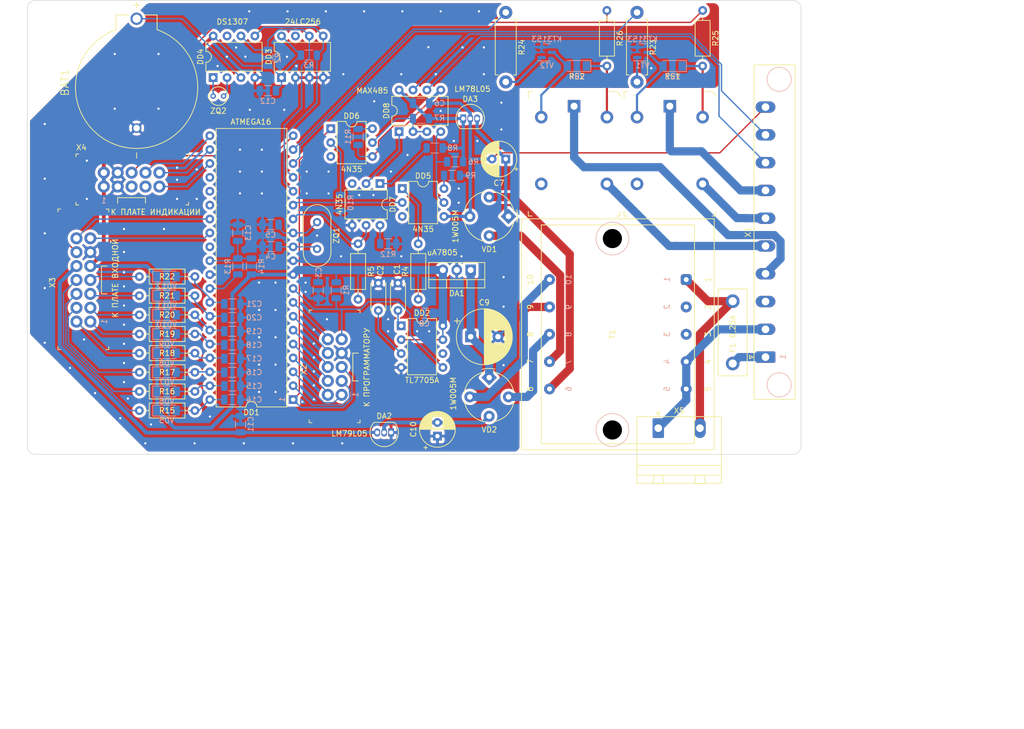
<source format=kicad_pcb>
(kicad_pcb (version 20211014) (generator pcbnew)
  (title_block (title "АКВ-МП, Плата процессора (ПП)"))
  (layers (0 "F.Cu" signal) (31 "B.Cu" signal) (34 "B.Paste" user) (35 "F.Paste" user) (36 "B.SilkS" user "B.Silkscreen") (37 "F.SilkS" user "F.Silkscreen") (38 "B.Mask" user) (39 "F.Mask" user) (44 "Edge.Cuts" user))
  (net 0 "")
  (net 1 "Net-(BAT1-Pad1)")
  (net 2 "+5V")
  (net 3 "GNDD")
  (net 4 "Net-(C1-Pad2)")
  (net 5 "Net-(C2-Pad2)")
  (net 6 "Net-(C4-Pad2)")
  (net 7 "Net-(C5-Pad2)")
  (net 8 "/+5V_SIO")
  (net 9 "Net-(C7-Pad1)")
  (net 10 "Net-(C9-Pad1)")
  (net 11 "Net-(C10-Pad2)")
  (net 12 "/-5V")
  (net 13 "Net-(C13-Pad1)")
  (net 14 "/ADC0")
  (net 15 "/ADC1")
  (net 16 "/ADC2")
  (net 17 "/ADC3")
  (net 18 "/ADC4")
  (net 19 "/ADC5")
  (net 20 "/ADC6")
  (net 21 "/ADC7")
  (net 22 "/PB0")
  (net 23 "/PB1")
  (net 24 "/PB2")
  (net 25 "/PB3")
  (net 26 "/PB4")
  (net 27 "/MOSI")
  (net 28 "/MISO")
  (net 29 "/SCK")
  (net 30 "/RXD")
  (net 31 "/TXD")
  (net 32 "/SCL")
  (net 33 "/SDA")
  (net 34 "/PD4")
  (net 35 "/PD5")
  (net 36 "/DATAOUT")
  (net 37 "/DATAIN")
  (net 38 "/DATAOUT1")
  (net 42 "/PC5")
  (net 43 "/PC6")
  (net 45 "Net-(DD1-Pad32)")
  (net 48 "Net-(DD4-Pad1)")
  (net 49 "Net-(DD4-Pad2)")
  (net 51 "Net-(DD5-Pad1)")
  (net 53 "Net-(DD5-Pad5)")
  (net 54 "Net-(DD5-Pad6)")
  (net 55 "Net-(DD6-Pad2)")
  (net 57 "Net-(DD6-Pad5)")
  (net 58 "Net-(DD6-Pad6)")
  (net 59 "Net-(DD7-Pad1)")
  (net 60 "Net-(DD7-Pad2)")
  (net 62 "Net-(DD7-Pad6)")
  (net 63 "/SIO_LINE_A")
  (net 64 "/SIO_LINE_B")
  (net 65 "/CH5")
  (net 66 "/CH6")
  (net 67 "/CH7")
  (net 68 "/CH8")
  (net 69 "/CH1")
  (net 70 "/CH2")
  (net 71 "/CH3")
  (net 72 "/CH4")
  (net 73 "Net-(R23-Pad2)")
  (net 74 "Net-(R24-Pad2)")
  (net 75 "/+30V")
  (net 76 "Net-(R25-Pad2)")
  (net 77 "Net-(R26-Pad2)")
  (net 78 "Net-(RS1-Pad1)")
  (net 79 "Net-(RS1-Pad2)")
  (net 81 "Net-(RS1-Pad4)")
  (net 82 "Net-(RS2-Pad1)")
  (net 83 "Net-(RS2-Pad2)")
  (net 85 "Net-(RS2-Pad4)")
  (net 86 "Net-(T1-Pad6)")
  (net 87 "Net-(T1-Pad7)")
  (net 88 "Net-(T1-Pad8)")
  (net 89 "Net-(T1-Pad10)")
  (net 93 "/~220L")
  (net 94 "/~220N")
  (net 95 "Net-(F1-Pad2)")
  (net 96 "/-5V_SIO")
  (net 97 "/DATACLK")
  (net 98 "/~{RESET}")
  (footprint "Capacitor_THT:CP_Radial_D6.3mm_P2.50mm" (layer "F.Cu") (at 115 59 180)
    (fp_text reference "C7")
    (fp_text value "100µFx16V")
  )
  (footprint "Resistor_THT:R_Axial_DIN0207_L6.3mm_D2.5mm_P10.16mm_Horizontal" (layer "F.Cu") (at 58.16 105 180)
    (fp_text reference "R15")
    (fp_text value "10К")
  )
  (footprint "Resistor_THT:R_Axial_DIN0207_L6.3mm_D2.5mm_P10.16mm_Horizontal" (layer "F.Cu") (at 58.16 91 180)
    (fp_text reference "R19")
    (fp_text value "10К")
  )
  (footprint "Package_TO_SOT_THT:TO-92_Inline" (layer "F.Cu") (at 94.04 109 180)
    (fp_text reference "DA2")
    (fp_text value "LM79L05")
  )
  (footprint "Capacitor_THT:C_Disc_D4.7mm_W2.5mm_P5.00mm" (layer "F.Cu") (at 95.3 81.7 -90)
    (fp_text reference "C1")
    (fp_text value "0,1µF")
  )
  (footprint "Resistor_THT:R_Axial_DIN0207_L6.3mm_D2.5mm_P10.16mm_Horizontal" (layer "F.Cu") (at 58.16 87.5 180)
    (fp_text reference "R20")
    (fp_text value "10К")
  )
  (footprint "Capacitor_THT:CP_Radial_D6.3mm_P2.50mm" (layer "F.Cu") (at 102.5 109.68238 90)
    (fp_text reference "C10")
    (fp_text value "100µFx16V")
  )
  (footprint "Crystal:Crystal_HC18-U_Vertical" (layer "F.Cu") (at 80.5 70.55 -90)
    (fp_text reference "ZQ1")
    (fp_text value "8MHz")
  )
  (footprint "Resistor_THT:R_Axial_DIN0207_L6.3mm_D2.5mm_P10.16mm_Horizontal" (layer "F.Cu") (at 58.16 84 180)
    (fp_text reference "R21")
    (fp_text value "10К")
  )
  (footprint "AKV_Library:PinHeader_2x7_P2.54mm_Drill1.2mm" (layer "F.Cu") (at 36.5 88.74 90)
    (fp_text reference "X3")
    (fp_text value "0878311420")
  )
  (footprint "Package_DIP:DIP-8_W7.62mm" (layer "F.Cu") (at 61.5 44.12 90)
    (fp_text reference "DD4")
    (fp_text value "DS1307")
  )
  (footprint "Resistor_THT:R_Axial_DIN0207_L6.3mm_D2.5mm_P10.16mm_Horizontal" (layer "F.Cu") (at 58.16 94.5 180)
    (fp_text reference "R18")
    (fp_text value "10К")
  )
  (footprint "Diode_THT:Diode_Bridge_Round_D9.0mm" (layer "F.Cu") (at 111.964466 98.964466 -45)
    (fp_text reference "VD2")
    (fp_text value "1W005M")
  )
  (footprint "Resistor_THT:R_Axial_DIN0207_L6.3mm_D2.5mm_P10.16mm_Horizontal" (layer "F.Cu") (at 151 31.84 -90)
    (fp_text reference "R25")
    (fp_text value "0,51К")
  )
  (footprint "AKV_Library:BAT_BS-7" (layer "F.Cu") (at 47.5 43.35 90)
    (fp_text reference "BAT1")
    (fp_text value "CR2032")
  )
  (footprint "MountingHole_3.2mm_M3" (layer "F.Cu") (at 163 109.5)
    (fp_text reference "REF**" hide)
    (fp_text value "MountingHole_3.2mm_M3")
  )
  (footprint "Package_TO_SOT_THT:TO-220-3_Vertical" (layer "F.Cu") (at 108.58 79.3 180)
    (fp_text reference "DA1")
    (fp_text value "uA7805")
  )
  (footprint "Package_DIP:DIP-6_W7.62mm" (layer "F.Cu") (at 92 63.5 -90)
    (fp_text reference "DD7")
    (fp_text value "4N35")
  )
  (footprint "Package_DIP:DIP-8_W7.62mm" (layer "F.Cu") (at 95.5 54 90)
    (fp_text reference "DD8")
    (fp_text value "MAX485")
  )
  (footprint "MountingHole_3.2mm_M3" (layer "F.Cu") (at 32 33.5)
    (fp_text reference "REF**" hide)
    (fp_text value "MountingHole_3.2mm_M3")
  )
  (footprint "Connector_Phoenix_GMSTB:PhoenixContact_GMSTBA_2,5_2-G-7,62_1x02_P7.62mm_Horizontal" (layer "F.Cu") (at 142.89 108.2225)
    (fp_text reference "X5")
    (fp_text value "22-23-2021")
  )
  (footprint "Diode_THT:Diode_Bridge_Round_D9.0mm" (layer "F.Cu") (at 115.5 69.5 -135)
    (fp_text reference "VD1")
    (fp_text value "1W005M")
  )
  (footprint "Connector_Phoenix_MSTB:PhoenixContact_MSTB_2,5_10-GF-5,08_1x10_P5.08mm_Horizontal_ThreadedFlange_MountHole" (layer "F.Cu") (at 162.5 95.225 90)
    (fp_text reference "X1")
    (fp_text value "Conn_01x10_Male")
  )
  (footprint "Resistor_THT:R_Axial_DIN0411_L9.9mm_D3.6mm_P12.70mm_Horizontal" (layer "F.Cu") (at 139 32.2 -90)
    (fp_text reference "R23")
    (fp_text value "1К")
  )
  (footprint "digikey-footprints:Relay_THT_G5LE-14" (layer "F.Cu") (at 127.5 49.35 -90)
    (fp_text reference "RS2")
    (fp_text value "BS-115C")
  )
  (footprint "Package_DIP:DIP-40_W15.24mm" (layer "F.Cu") (at 76.125 103 180)
    (fp_text reference "DD1")
    (fp_text value "ATmega16L-16P")
  )
  (footprint "Resistor_THT:R_Axial_DIN0207_L6.3mm_D2.5mm_P10.16mm_Horizontal" (layer "F.Cu") (at 58.16 101.5 180)
    (fp_text reference "R16")
    (fp_text value "10К")
  )
  (footprint "AKV_Library:PinHeader_2x5_P2.54mm_Drill1.2mm" (layer "F.Cu") (at 82.46 102.12 90)
    (fp_text reference "X2")
    (fp_text value "302-S101")
  )
  (footprint "Resistor_THT:R_Axial_DIN0207_L6.3mm_D2.5mm_P10.16mm_Horizontal" (layer "F.Cu") (at 133.5 31.84 -90)
    (fp_text reference "R26")
    (fp_text value "0,51К")
  )
  (footprint "Package_DIP:DIP-6_W7.62mm" (layer "F.Cu") (at 96.08 64.42)
    (fp_text reference "DD5")
    (fp_text value "4N35")
  )
  (footprint "AKV_Library:Transformer_TP-122" (layer "F.Cu") (at 148 101.05 90)
    (fp_text reference "T1")
    (fp_text value "Transformer_TP-122")
  )
  (footprint "digikey-footprints:Relay_THT_G5LE-14" (layer "F.Cu") (at 145 49.35 -90)
    (fp_text reference "RS1")
    (fp_text value "BS-115C")
  )
  (footprint "Resistor_THT:R_Axial_DIN0207_L6.3mm_D2.5mm_P10.16mm_Horizontal" (layer "F.Cu") (at 58.16 80.5 180)
    (fp_text reference "R22")
    (fp_text value "10К")
  )
  (footprint "Package_TO_SOT_THT:TO-92_Inline" (layer "F.Cu") (at 107.23 51.6)
    (fp_text reference "DA3")
    (fp_text value "LM78L05")
  )
  (footprint "Resistor_THT:R_Axial_DIN0207_L6.3mm_D2.5mm_P10.16mm_Horizontal" (layer "F.Cu") (at 58.16 98 180)
    (fp_text reference "R17")
    (fp_text value "10К")
  )
  (footprint "Resistor_THT:R_Axial_DIN0207_L6.3mm_D2.5mm_P10.16mm_Horizontal" (layer "F.Cu") (at 99 84.66 90)
    (fp_text reference "R4")
    (fp_text value "300")
  )
  (footprint "Resistor_THT:R_Axial_DIN0207_L6.3mm_D2.5mm_P10.16mm_Horizontal" (layer "F.Cu") (at 88 74.5 -90)
    (fp_text reference "R5")
    (fp_text value "1,1К")
  )
  (footprint "AKV_Library:Fuse_Littelfuse-LVR100_AKV" (layer "F.Cu") (at 156.5 96.4 90)
    (fp_text reference "F1")
    (fp_text value "0,25A")
  )
  (footprint "AKV_Library:PinHeader_2x5_P2.54mm_Drill1.2mm" (layer "F.Cu") (at 41.5 61.5)
    (fp_text reference "X4")
    (fp_text value "302-S101")
  )
  (footprint "MountingHole_3.2mm_M3" (layer "F.Cu") (at 163 33.5)
    (fp_text reference "REF**" hide)
    (fp_text value "MountingHole_3.2mm_M3")
  )
  (footprint "Package_DIP:DIP-8_W7.62mm" (layer "F.Cu") (at 95.88 89.5)
    (fp_text reference "DD2")
    (fp_text value "TL7705A")
  )
  (footprint "Package_DIP:DIP-8_W7.62mm" (layer "F.Cu") (at 74 44.12 90)
    (fp_text reference "DD3")
    (fp_text value "24LC256")
  )
  (footprint "MountingHole_3.2mm_M3" (layer "F.Cu") (at 32 109.5)
    (fp_text reference "REF**" hide)
    (fp_text value "MountingHole_3.2mm_M3")
  )
  (footprint "Package_DIP:DIP-6_W7.62mm" (layer "F.Cu") (at 83 53.46)
    (fp_text reference "DD6")
    (fp_text value "4N35")
  )
  (footprint "Capacitor_THT:CP_Radial_D10.0mm_P5.00mm" (layer "F.Cu") (at 108.58 91.5)
    (fp_text reference "C9")
    (fp_text value "1000µFx16V")
  )
  (footprint "Crystal:Crystal_C38-LF_D3.0mm_L8.0mm_Vertical" (layer "F.Cu") (at 61.5 47.5)
    (fp_text reference "ZQ2")
    (fp_text value "32768Hz")
  )
  (footprint "Resistor_THT:R_Axial_DIN0411_L9.9mm_D3.6mm_P12.70mm_Horizontal" (layer "F.Cu") (at 115 32.2 -90)
    (fp_text reference "R24")
    (fp_text value "1К")
  )
  (footprint "Capacitor_THT:C_Disc_D4.7mm_W2.5mm_P5.00mm" (layer "F.Cu") (at 91.7 81.7 -90)
    (fp_text reference "C2")
    (fp_text value "0,1µF")
  )
  (footprint "Capacitor_SMD:C_1206_3216Metric" (layer "B.Cu") (at 65 93)
    (fp_text reference "C18")
    (fp_text value "3,3nF")
  )
  (footprint "Diode_SMD:D_MiniMELF" (layer "B.Cu") (at 53 105)
    (fp_text reference "VD5")
    (fp_text value "LL4148")
  )
  (footprint "Resistor_SMD:R_1206_3216Metric" (layer "B.Cu") (at 102 57 180)
    (fp_text reference "R8")
    (fp_text value "300")
  )
  (footprint "Resistor_SMD:R_1206_3216Metric" (layer "B.Cu") (at 84.8 67 90)
    (fp_text reference "R10")
    (fp_text value "300")
  )
  (footprint "Resistor_SMD:R_1206_3216Metric" (layer "B.Cu") (at 71.5 40.5 90)
    (fp_text reference "R2")
    (fp_text value "5,1K")
  )
  (footprint "Capacitor_SMD:C_1206_3216Metric" (layer "B.Cu") (at 65 95.5)
    (fp_text reference "C17")
    (fp_text value "3,3nF")
  )
  (footprint "Resistor_SMD:R_1206_3216Metric" (layer "B.Cu") (at 105.7375 59.5)
    (fp_text reference "R6")
    (fp_text value "1К")
  )
  (footprint "Capacitor_SMD:C_1206_3216Metric" (layer "B.Cu") (at 66 72.5 90)
    (fp_text reference "C13")
    (fp_text value "0,47µF")
  )
  (footprint "Capacitor_SMD:C_1206_3216Metric" (layer "B.Cu") (at 100.225 87.2 180)
    (fp_text reference "C8")
    (fp_text value "0,47µF")
  )
  (footprint "Resistor_SMD:R_1206_3216Metric" (layer "B.Cu") (at 79 40)
    (fp_text reference "R3")
    (fp_text value "5,1K")
  )
  (footprint "Diode_SMD:D_MiniMELF" (layer "B.Cu") (at 53 91)
    (fp_text reference "VD9")
    (fp_text value "LL4148")
  )
  (footprint "Package_TO_SOT_SMD:SOT-23" (layer "B.Cu") (at 122.5 39.5)
    (fp_text reference "VT2")
    (fp_text value "KT3153")
  )
  (footprint "Package_TO_SOT_SMD:SOT-23" (layer "B.Cu") (at 140 39.5)
    (fp_text reference "VT1")
    (fp_text value "KT3153")
  )
  (footprint "Capacitor_SMD:C_1206_3216Metric" (layer "B.Cu") (at 65 90.5)
    (fp_text reference "C19")
    (fp_text value "3,3nF")
  )
  (footprint "Diode_SMD:D_MiniMELF" (layer "B.Cu") (at 53 87.5)
    (fp_text reference "VD10")
    (fp_text value "LL4148")
  )
  (footprint "Resistor_SMD:R_1206_3216Metric" (layer "B.Cu") (at 99.5 51.6)
    (fp_text reference "R7")
    (fp_text value "1К")
  )
  (footprint "Capacitor_SMD:C_1206_3216Metric" (layer "B.Cu") (at 66.5 107.5 90)
    (fp_text reference "C11")
    (fp_text value "0,47µF")
  )
  (footprint "Capacitor_SMD:C_1206_3216Metric" (layer "B.Cu") (at 65 98)
    (fp_text reference "C16")
    (fp_text value "3,3nF")
  )
  (footprint "Resistor_SMD:R_1206_3216Metric" (layer "B.Cu") (at 68.5 78.6375 90)
    (fp_text reference "R14")
    (fp_text value "100")
  )
  (footprint "Diode_SMD:D_MiniMELF" (layer "B.Cu") (at 128 42 180)
    (fp_text reference "VD4")
    (fp_text value "LL4148")
  )
  (footprint "Resistor_SMD:R_1206_3216Metric" (layer "B.Cu") (at 66 78.6375 -90)
    (fp_text reference "R13")
    (fp_text value "100")
  )
  (footprint "Capacitor_SMD:C_1206_3216Metric" (layer "B.Cu") (at 65 85.5)
    (fp_text reference "C21")
    (fp_text value "3,3nF")
  )
  (footprint "Capacitor_SMD:C_1206_3216Metric" (layer "B.Cu") (at 71.5 46.5 180)
    (fp_text reference "C12")
    (fp_text value "0,47µF")
  )
  (footprint "Capacitor_SMD:C_1206_3216Metric" (layer "B.Cu") (at 72 71)
    (fp_text reference "C5")
    (fp_text value "30pF")
  )
  (footprint "Diode_SMD:D_MiniMELF" (layer "B.Cu") (at 145.5 42 180)
    (fp_text reference "VD3")
    (fp_text value "LL4148")
  )
  (footprint "Diode_SMD:D_MiniMELF" (layer "B.Cu") (at 53 94.5)
    (fp_text reference "VD8")
    (fp_text value "LL4148")
  )
  (footprint "Diode_SMD:D_MiniMELF" (layer "B.Cu") (at 53 101.5)
    (fp_text reference "VD6")
    (fp_text value "LL4148")
  )
  (footprint "Capacitor_SMD:C_1206_3216Metric" (layer "B.Cu") (at 99.5 48.8)
    (fp_text reference "C6")
    (fp_text value "0,47µF")
  )
  (footprint "Capacitor_SMD:C_1206_3216Metric" (layer "B.Cu") (at 80.7 83 90)
    (fp_text reference "C3")
    (fp_text value "0,47µF")
  )
  (footprint "Capacitor_SMD:C_1206_3216Metric" (layer "B.Cu") (at 65 88)
    (fp_text reference "C20")
    (fp_text value "3,3nF")
  )
  (footprint "Resistor_SMD:R_1206_3216Metric" (layer "B.Cu") (at 93.5 74.5)
    (fp_text reference "R12")
    (fp_text value "82К")
  )
  (footprint "Resistor_SMD:R_1206_3216Metric" (layer "B.Cu") (at 88 54.9625 -90)
    (fp_text reference "R11")
    (fp_text value "82К")
  )
  (footprint "Capacitor_SMD:C_1206_3216Metric" (layer "B.Cu") (at 72 75)
    (fp_text reference "C4")
    (fp_text value "30pF")
  )
  (footprint "Capacitor_SMD:C_1206_3216Metric" (layer "B.Cu") (at 65 103)
    (fp_text reference "C14")
    (fp_text value "3,3nF")
  )
  (footprint "Resistor_SMD:R_1206_3216Metric" (layer "B.Cu") (at 105.1625 62)
    (fp_text reference "R9")
    (fp_text value "82К")
  )
  (footprint "Diode_SMD:D_MiniMELF" (layer "B.Cu") (at 53 80.5)
    (fp_text reference "VD12")
    (fp_text value "LL4148")
  )
  (footprint "Resistor_SMD:R_1206_3216Metric" (layer "B.Cu") (at 84 83 90)
    (fp_text reference "R1")
    (fp_text value "5,1K")
  )
  (footprint "Diode_SMD:D_MiniMELF" (layer "B.Cu") (at 53 84)
    (fp_text reference "VD11")
    (fp_text value "LL4148")
  )
  (footprint "Diode_SMD:D_MiniMELF" (layer "B.Cu") (at 53 98)
    (fp_text reference "VD7")
    (fp_text value "LL4148")
  )
  (footprint "Capacitor_SMD:C_1206_3216Metric" (layer "B.Cu") (at 65 100.5)
    (fp_text reference "C15")
    (fp_text value "3,3nF")
  )
  (gr_arc locked (start 29 113) (mid 27.93934 112.56066) (end 27.5 111.5) (layer "Edge.Cuts") (width 0.1))
  (gr_line locked (start 169 31.5) (end 169 111.5) (layer "Edge.Cuts") (width 0.1))
  (gr_line locked (start 167.5 113) (end 29 113) (layer "Edge.Cuts") (width 0.1))
  (gr_line locked (start 29 30) (end 167.5 30) (layer "Edge.Cuts") (width 0.1))
  (gr_line locked (start 27.5 111.5) (end 27.5 31.5) (layer "Edge.Cuts") (width 0.1))
  (gr_arc locked (start 167.5 30) (mid 168.56066 30.43934) (end 169 31.5) (layer "Edge.Cuts") (width 0.1))
  (gr_arc locked (start 169 111.5) (mid 168.56066 112.56066) (end 167.5 113) (layer "Edge.Cuts") (width 0.1))
  (gr_arc locked (start 27.5 31.5) (mid 27.93934 30.43934) (end 29 30) (layer "Edge.Cuts") (width 0.1))
  (gr_text "1" (at 74.1 103 90) (layer "B.SilkS") (effects (font (size 1 1)) (justify mirror)))
  (gr_text "1" (at 165.7 95.2 90) (layer "B.SilkS") (effects (font (size 1 1)) (justify mirror)))
  (gr_text "К ПРОГРАММАТОРУ\n" (at 89.6 97.1 90) (layer "F.SilkS") (effects (font (size 1 1))))
  (gr_text "ATMEGA16" (at 68.4 52.2) (layer "F.SilkS") (effects (font (size 1 1))))
  (gr_text "К ПЛАТЕ ИНДИКАЦИИ" (at 51 68.7) (layer "F.SilkS") (effects (font (size 1 1))))
  (gr_text "К ПЛАТЕ ВХОДНОЙ" (at 43.6 80.8 90) (layer "F.SilkS") (effects (font (size 1 1))))
  (segment (start 66.58 44.12) (end 55.81 33.35) (width 0.25) (layer "B.Cu") (net 1))
  (segment (start 55.81 33.35) (end 47.5 33.35) (width 0.25) (layer "B.Cu") (net 1))
  (segment (start 41.5 76.12) (end 41.5 64.04) (width 0.7) (layer "F.Cu") (net 2))
  (segment (start 61.5 36.5) (end 41.5 56.5) (width 0.7) (layer "F.Cu") (net 2))
  (segment (start 39.04 78.58) (end 41.5 76.12) (width 0.7) (layer "F.Cu") (net 2))
  (segment (start 103.5 92.04) (end 95.88 92.04) (width 0.25) (layer "F.Cu") (net 2))
  (segment (start 41.5 56.5) (end 41.5 61.5) (width 0.7) (layer "F.Cu") (net 2))
  (segment (start 65 104.3) (end 61.15 108.15) (width 0.7) (layer "B.Cu") (net 2))
  (segment (start 74 44.12) (end 74 43.5375) (width 0.25) (layer "B.Cu") (net 2))
  (segment (start 101.7 87.2) (end 103.4 87.2) (width 1.5) (layer "B.Cu") (net 2))
  (segment (start 51.25 101.5) (end 51.25 105) (width 0.7) (layer "B.Cu") (net 2))
  (segment (start 80.7 81.525) (end 80.7 79.3) (width 0.25) (layer "B.Cu") (net 2))
  (segment (start 99 84.66) (end 99 79.7) (width 0.25) (layer "B.Cu") (net 2))
  (segment (start 88.2 79.3) (end 84.1 79.3) (width 1.5) (layer "B.Cu") (net 2))
  (segment (start 103.5 79.3) (end 103.5 87.1) (width 1.5) (layer "B.Cu") (net 2))
  (segment (start 99 79.7) (end 98.6 79.3) (width 0.25) (layer "B.Cu") (net 2))
  (segment (start 51.25 98) (end 51.25 101.5) (width 0.7) (layer "B.Cu") (net 2))
  (segment (start 68.5 80.1) (end 65 83.6) (width 0.7) (layer "B.Cu") (net 2))
  (segment (start 51.25 91) (end 51.25 94.5) (width 0.7) (layer "B.Cu") (net 2))
  (segment (start 103.5 87.1) (end 103.5 89.5) (width 1.5) (layer "B.Cu") (net 2))
  (segment (start 61.15 108.15) (end 54.4 108.15) (width 0.7) (layer "B.Cu") (net 2))
  (segment (start 71.8425 41.9625) (end 74 44.12) (width 0.25) (layer "B.Cu") (net 2))
  (segment (start 51.25 84) (end 51.25 87.5) (width 0.7) (layer "B.Cu") (net 2))
  (segment (start 80.7 79.3) (end 76.965 79.3) (width 1.5) (layer "B.Cu") (net 2))
  (segment (start 84.1 79.3) (end 80.7 79.3) (width 1.5) (layer "B.Cu") (net 2))
  (segment (start 76.965 79.3) (end 76.125 80.14) (width 1.5) (layer "B.Cu") (net 2))
  (segment (start 74 45.475) (end 72.975 46.5) (width 0.25) (layer "B.Cu") (net 2))
  (segment (start 71.5 41.9625) (end 66.9625 41.9625) (width 0.25) (layer "B.Cu") (net 2))
  (segment (start 68.54 80.14) (end 76.125 80.14) (width 0.7) (layer "B.Cu") (net 2))
  (segment (start 84 79.4) (end 84.1 79.3) (width 0.25) (layer "B.Cu") (net 2))
  (segment (start 54.4 108.15) (end 51.25 105) (width 0.7) (layer "B.Cu") (net 2))
  (segment (start 74 44.12) (end 74 45.475) (width 0.25) (layer "B.Cu") (net 2))
  (segment (start 49.33 78.58) (end 51.25 80.5) (width 0.7) (layer "B.Cu") (net 2))
  (segment (start 68.5 80.1) (end 68.54 80.14) (width 0.7) (layer "B.Cu") (net 2))
  (segment (start 39.04 78.58) (end 43.98 78.58) (width 0.7) (layer "B.Cu") (net 2))
  (segment (start 41.5 64.04) (end 41.5 61.5) (width 0.7) (layer "B.Cu") (net 2))
  (segment (start 98.6 79.3) (end 88.2 79.3) (width 1.5) (layer "B.Cu") (net 2))
  (segment (start 74 43.5375) (end 77.5375 40) (width 0.25) (layer "B.Cu") (net 2))
  (segment (start 71.5 41.9625) (end 71.8425 41.9625) (width 0.25) (layer "B.Cu") (net 2))
  (segment (start 84 81.5375) (end 84 79.4) (width 0.25) (layer "B.Cu") (net 2))
  (segment (start 88 84.66) (end 88 79.5) (width 0.25) (layer "B.Cu") (net 2))
  (segment (start 103.4 87.2) (end 103.5 87.1) (width 1.5) (layer "B.Cu") (net 2))
  (segment (start 103.5 79.3) (end 98.6 79.3) (width 1.5) (layer "B.Cu") (net 2))
  (segment (start 103.5 89.5) (end 103.5 92.04) (width 0.25) (layer "B.Cu") (net 2))
  (segment (start 51.25 80.5) (end 51.25 84) (width 0.7) (layer "B.Cu") (net 2))
  (segment (start 43.98 78.58) (end 49.33 78.58) (width 0.7) (layer "B.Cu") (net 2))
  (segment (start 77.5375 40) (end 77.5 40) (width 0.25) (layer "B.Cu") (net 2))
  (segment (start 77.5 40) (end 74 36.5) (width 0.25) (layer "B.Cu") (net 2))
  (segment (start 51.25 94.5) (end 51.25 98) (width 0.7) (layer "B.Cu") (net 2))
  (segment (start 88 79.5) (end 88.2 79.3) (width 0.25) (layer "B.Cu") (net 2))
  (segment (start 66.9625 41.9625) (end 61.5 36.5) (width 0.25) (layer "B.Cu") (net 2))
  (segment (start 51.25 87.5) (end 51.25 91) (width 0.7) (layer "B.Cu") (net 2))
  (segment (start 65 83.6) (end 65 104.3) (width 0.7) (layer "B.Cu") (net 2))
  (segment (start 119.03 86.05) (end 113.58 91.5) (width 1.5) (layer "F.Cu") (net 3))
  (segment (start 123 86.05) (end 119.03 86.05) (width 1.5) (layer "F.Cu") (net 3))
  (via (at 94 61.3) (size 0.8) (drill 0.4) (layers "F.Cu" "B.Cu") (net 3))
  (via (at 45.2 96.3) (size 0.8) (drill 0.4) (layers "F.Cu" "B.Cu") (net 3))
  (via (at 68.1 32) (size 0.8) (drill 0.4) (layers "F.Cu" "B.Cu") (net 3))
  (via (at 102.2 43.5) (size 0.8) (drill 0.4) (layers "F.Cu" "B.Cu") (net 3))
  (via (at 95.9 43.5) (size 0.8) (drill 0.4) (layers "F.Cu" "B.Cu") (net 3))
  (via (at 58.5 66.3) (size 0.8) (drill 0.4) (layers "F.Cu" "B.Cu") (net 3))
  (via (at 106.9 76.8) (size 0.8) (drill 0.4) (layers "F.Cu" "B.Cu") (net 3))
  (via (at 68.2 50) (size 0.8) (drill 0.4) (layers "F.Cu" "B.Cu") (net 3))
  (via (at 75.002944 40.302944) (size 0.8) (drill 0.4) (layers "F.Cu" "B.Cu") (net 3))
  (via (at 78.4 83.3) (size 0.8) (drill 0.4) (layers "F.Cu" "B.Cu") (net 3))
  (via (at 30.7 72.6) (size 0.8) (drill 0.4) (layers "F.Cu" "B.Cu") (net 3))
  (via (at 72.9 91.6) (size 0.8) (drill 0.4) (layers "F.Cu" "B.Cu") (net 3))
  (via (at 30.7 82.6) (size 0.8) (drill 0.4) (layers "F.Cu" "B.Cu") (net 3))
  (via (at 45.2 99.8) (size 0.8) (drill 0.4) (layers "F.Cu" "B.Cu") (net 3))
  (via (at 72.9 81.6) (size 0.8) (drill 0.4) (layers "F.Cu" "B.Cu") (net 3))
  (via (at 70.4 57.3) (size 0.8) (drill 0.4) (layers "F.Cu" "B.Cu") (net 3))
  (via (at 109.8 55.7) (size 0.8) (drill 0.4) (layers "F.Cu" "B.Cu") (net 3))
  (via (at 62.302944 41.997056) (size 0.8) (drill 0.4) (layers "F.Cu" "B.Cu") (net 3))
  (via (at 37.9 92) (size 0.8) (drill 0.4) (layers "F.Cu" "B.Cu") (net 3))
  (via (at 78.6 61.3) (size 0.8) (drill 0.4) (layers "F.Cu" "B.Cu") (net 3))
  (via (at 90.8 65.6) (size 0.8) (drill 0.4) (layers "F.Cu" "B.Cu") (net 3))
  (via (at 101 90.5) (size 0.8) (drill 0.4) (layers "F.Cu" "B.Cu") (net 3))
  (via (at 96.1 32) (size 0.8) (drill 0.4) (layers "F.Cu" "B.Cu") (net 3))
  (via (at 90.950253 48.449747) (size 0.8) (drill 0.4) (layers "F.Cu" "B.Cu") (net 3))
  (via (at 114.6 96.7) (size 0.8) (drill 0.4) (layers "F.Cu" "B.Cu") (net 3))
  (via (at 93.5 88.3) (size 0.8) (drill 0.4) (layers "F.Cu" "B.Cu") (net 3))
  (via (at 60.9 106.1) (size 0.8) (drill 0.4) (layers "F.Cu" "B.Cu") (net 3))
  (via (at 69.9 81.6) (size 0.8) (drill 0.4) (layers "F.Cu" "B.Cu") (net 3))
  (via (at 105.5 55.7) (size 0.8) (drill 0.4) (layers "F.Cu" "B.Cu") (net 3))
  (via (at 88.2 65.6) (size 0.8) (drill 0.4) (layers "F.Cu" "B.Cu") (net 3))
  (via (at 69.9 91.6) (size 0.8) (drill 0.4) (layers "F.Cu" "B.Cu") (net 3))
  (via (at 54.9 62.8) (size 0.8) (drill 0.4) (layers "F.Cu" "B.Cu") (net 3))
  (via (at 51.5 49.8) (size 0.8) (drill 0.4) (layers "F.Cu" "B.Cu") (net 3))
  (via (at 54.9 66.3) (size 0.8) (drill 0.4) (layers "F.Cu" "B.Cu") (net 3))
  (via (at 79.9 90.2) (size 0.8) (drill 0.4) (layers "F.Cu" "B.Cu") (net 3))
  (via (at 79.9 100.4) (size 0.8) (drill 0.4) (layers "F.Cu" "B.Cu") (net 3))
  (via (at 82.3 88.3) (size 0.8) (drill 0.4) (layers "F.Cu" "B.Cu") (net 3))
  (via (at 93.5 90.5) (size 0.8) (drill 0.4) (layers "F.Cu" "B.Cu") (net 3))
  (via (at 50.14264 107.54264) (size 0.8) (drill 0.4) (layers "F.Cu" "B.Cu") (net 3))
  (via (at 38.4 66.3) (size 0.8) (drill 0.4) (layers "F.Cu" "B.Cu") (net 3))
  (via (at 66.4 57.3) (size 0.8) (drill 0.4) (layers "F.Cu" "B.Cu") (net 3))
  (via (at 67.1 111) (size 0.8) (drill 0.4) (layers "F.Cu" "B.Cu") (net 3))
  (via (at 45.9 102.8) (size 0.8) (drill 0.4) (layers "F.Cu" "B.Cu") (net 3))
  (via (at 69.9 96.6) (size 0.8) (drill 0.4) (layers "F.Cu" "B.Cu") (net 3))
  (via (at 69.9 86.6) (size 0.8) (drill 0.4) (layers "F.Cu" "B.Cu") (net 3))
  (via (at 141.6 42.4) (size 0.8) (drill 0.4) (layers "F.Cu" "B.Cu") (net 3))
  (via (at 65.697056 38.602944) (size 0.8) (drill 0.4) (layers "F.Cu" "B.Cu") (net 3))
  (via (at 45.2 76) (size 0.8) (drill 0.4) (layers "F.Cu" "B.Cu") (net 3))
  (via (at 100.849747 38.550253) (size 0.8) (drill 0.4) (layers "F.Cu" "B.Cu") (net 3))
  (via (at 106.4 67) (size 0.8) (drill 0.4) (layers "F.Cu" "B.Cu") (net 3))
  (via (at 114.2 53.6) (size 0.8) (drill 0.4) (layers "F.Cu" "B.Cu") (net 3))
  (via (at 79.9 95.3) (size 0.8) (drill 0.4) (layers "F.Cu" "B.Cu") (net 3))
  (via (at 43.5 39.8) (size 0.8) (drill 0.4) (layers "F.Cu" "B.Cu") (net 3))
  (via (at 54.9 60.6) (size 0.8) (drill 0.4) (layers "F.Cu" "B.Cu") (net 3))
  (via (at 84.9 76.8) (size 0.8) (drill 0.4) (layers "F.Cu" "B.Cu") (net 3))
  (via (at 111 38.6) (size 0.8) (drill 0.4) (layers "F.Cu" "B.Cu") (net 3))
  (via (at 76.7 42) (size 0.8) (drill 0.4) (layers "F.Cu" "B.Cu") (net 3))
  (via (at 95.9 76.8) (size 0.8) (drill 0.4) (layers "F.Cu" "B.Cu") (net 3))
  (via (at 45.2 92.8) (size 0.8) (drill 0.4) (layers "F.Cu" "B.Cu") (net 3))
  (via (at 30.7 52.6) (size 0.8) (drill 0.4) (layers "F.Cu" "B.Cu") (net 3))
  (via (at 39.907612 101.807612) (size 0.8) (drill 0.4) (layers "F.Cu" "B.Cu") (net 3))
  (via (at 45.2 85.8) (size 0.8) (drill 0.4) (layers "F.Cu" "B.Cu") (net 3))
  (via (at 35.311418 97.211418) (size 0.8) (drill 0.4) (layers "F.Cu" "B.Cu") (net 3))
  (via (at 82.1 32) (size 0.8) (drill 0.4) (layers "F.Cu" "B.Cu") (net 3))
  (via (at 43.5 49.8) (size 0.8) (drill 0.4) (layers "F.Cu" "B.Cu") (net 3))
  (via (at 58.5 60.9) (size 0.8) (drill 0.4) (layers "F.Cu" "B.Cu") (net 3))
  (via (at 77.8 103.4) (size 0.8) (drill 0.4) (layers "F.Cu" "B.Cu") (net 3))
  (via (at 114.6 86) (size 0.8) (drill 0.4) (layers "F.Cu" "B.Cu") (net 3))
  (via (at 110.1 32) (size 0.8) (drill 0.4) (layers "F.Cu" "B.Cu") (net 3))
  (via (at 45.2 71.8) (size 0.8) (drill 0.4) (layers "F.Cu" "B.Cu") (net 3))
  (via (at 72.9 96.6) (size 0.8) (drill 0.4) (layers "F.Cu" "B.Cu") (net 3))
  (via (at 66.4 61.3) (size 0.8) (drill 0.4) (layers "F.Cu" "B.Cu") (net 3))
  (via (at 74.5 50) (size 0.8) (drill 0.4) (layers "F.Cu" "B.Cu") (net 3))
  (via (at 111 43.5) (size 0.8) (drill 0.4) (layers "F.Cu" "B.Cu") (net 3))
  (via (at 67.394112 40.3) (size 0.8) (drill 0.4) (layers "F.Cu" "B.Cu") (net 3))
  (via (at 66.4 65.3) (size 0.8) (drill 0.4) (layers "F.Cu" "B.Cu") (net 3))
  (via (at 52.5 71.8) (size 0.8) (drill 0.4) (layers "F.Cu" "B.Cu") (net 3))
  (via (at 70.4 65.3) (size 0.8) (drill 0.4) (layers "F.Cu" "B.Cu") (net 3))
  (via (at 45.2 82.3) (size 0.8) (drill 0.4) (layers "F.Cu" "B.Cu") (net 3))
  (via (at 89.1 32) (size 0.8) (drill 0.4) (layers "F.Cu" "B.Cu") (net 3))
  (via (at 45.2 89.3) (size 0.8) (drill 0.4) (layers "F.Cu" "B.Cu") (net 3))
  (via (at 78.4 81.6) (size 0.8) (drill 0.4) (layers "F.Cu" "B.Cu") (net 3))
  (via (at 78.6 65.3) (size 0.8) (drill 0.4) (layers "F.Cu" "B.Cu") (net 3))
  (via (at 79.9 92.75) (size 0.8) (drill 0.4) (layers "F.Cu" "B.Cu") (net 3))
  (via (at 82.6 61.3) (size 0.8) (drill 0.4) (layers "F.Cu" "B.Cu") (net 3))
  (via (at 69.9 101.6) (size 0.8) (drill 0.4) (layers "F.Cu" "B.Cu") (net 3))
  (via (at 103.1 50.2) (size 0.8) (drill 0.4) (layers "F.Cu" "B.Cu") (net 3))
  (via (at 85.3 43.5) (size 0.8) (drill 0.4) (layers "F.Cu" "B.Cu") (net 3))
  (via (at 58.1 111) (size 0.8) (drill 0.4) (layers "F.Cu" "B.Cu") (net 3))
  (via (at 82.6 65.3) (size 0.8) (drill 0.4) (layers "F.Cu" "B.Cu") (net 3))
  (via (at 79.9 102.95) (size 0.8) (drill 0.4) (layers "F.Cu" "B.Cu") (net 3))
  (via (at 49.1 111) (size 0.8) (drill 0.4) (layers "F.Cu" "B.Cu") (net 3))
  (via (at 98.8 90.5) (size 0.8) (drill 0.4) (layers "F.Cu" "B.Cu") (net 3))
  (via (at 70.4 61.3) (size 0.8) (drill 0.4) (layers "F.Cu" "B.Cu") (net 3))
  (via (at 114.2 48.7) (size 0.8) (drill 0.4) (layers "F.Cu" "B.Cu") (net 3))
  (via (at 114.6 80.6) (size 0.8) (drill 0.4) (layers "F.Cu" "B.Cu") (net 3))
  (via (at 45.2 79.7) (size 0.8) (drill 0.4) (layers "F.Cu" "B.Cu") (net 3))
  (via (at 106.4 64.4) (size 0.8) (drill 0.4) (layers "F.Cu" "B.Cu") (net 3))
  (via (at 103.1 32) (size 0.8) (drill 0.4) (layers "F.Cu" "B.Cu") (net 3))
  (via (at 30.7 62.6) (size 0.8) (drill 0.4) (layers "F.Cu" "B.Cu") (net 3))
  (via (at 44.503806 106.403806) (size 0.8) (drill 0.4) (layers "F.Cu" "B.Cu") (net 3))
  (via (at 30.7 92.6) (size 0.8) (drill 0.4) (layers "F.Cu" "B.Cu") (net 3))
  (via (at 107.1 38.6) (size 0.8) (drill 0.4) (layers "F.Cu" "B.Cu") (net 3))
  (via (at 76.1 111) (size 0.8) (drill 0.4) (layers "F.Cu" "B.Cu") (net 3))
  (via (at 72.9 101.6) (size 0.8) (drill 0.4) (layers "F.Cu" "B.Cu") (net 3))
  (via (at 38.4 59.3) (size 0.8) (drill 0.4) (layers "F.Cu" "B.Cu") (net 3))
  (via (at 79.9 97.85) (size 0.8) (drill 0.4) (layers "F.Cu" "B.Cu") (net 3))
  (via (at 97.04056 58.25944) (size 0.8) (drill 0.4) (layers "F.Cu" "B.Cu") (net 3))
  (via (at 80.5 73) (size 0.8) (drill 0.4) (layers "F.Cu" "B.Cu") (net 3))
  (via (at 75.1 32) (size 0.8) (drill 0.4) (layers "F.Cu" "B.Cu") (net 3))
  (via (at 64 40.3) (size 0.8) (drill 0.4) (layers "F.Cu" "B.Cu") (net 3))
  (via (at 72.9 86.6) (size 0.8) (drill 0.4) (layers "F.Cu" "B.Cu") (net 3))
  (via (at 85.1 111) (size 0.8) (drill 0.4) (layers "F.Cu" "B.Cu") (net 3))
  (via (at 51.5 39.8) (size 0.8) (drill 0.4) (layers "F.Cu" "B.Cu") (net 3))
  (segment (start 92.1625 68.4625) (end 94.9625 71.2625) (width 0.25) (layer "B.Cu") (net 3))
  (segment (start 94.9625 71.2625) (end 94.9625 74.5) (width 0.25) (layer "B.Cu") (net 3))
  (segment (start 66.025 71) (end 66 71.025) (width 0.25) (layer "B.Cu") (net 3))
  (segment (start 84.8 68.4625) (end 92.1625 68.4625) (width 0.25) (layer "B.Cu") (net 3))
  (segment (start 139.0625 38.55) (end 121.5625 38.55) (width 0.4) (layer "B.Cu") (net 3))
  (segment (start 95.3 88.92) (end 95.88 89.5) (width 0.25) (layer "B.Cu") (net 4))
  (segment (start 95.3 86.7) (end 95.3 88.92) (width 0.25) (layer "B.Cu") (net 4))
  (segment (start 91.7 90.4) (end 91.7 86.7) (width 0.25) (layer "B.Cu") (net 5))
  (segment (start 91.7 90.4) (end 95.88 94.58) (width 0.25) (layer "B.Cu") (net 5))
  (segment (start 80.11 75.06) (end 80.5 75.45) (width 0.25) (layer "B.Cu") (net 6))
  (segment (start 76.125 75.06) (end 80.11 75.06) (width 0.25) (layer "B.Cu") (net 6))
  (segment (start 73.535 75.06) (end 73.475 75) (width 0.25) (layer "B.Cu") (net 6))
  (segment (start 76.125 75.06) (end 73.535 75.06) (width 0.25) (layer "B.Cu") (net 6))
  (segment (start 73.475 71.575) (end 73.475 71) (width 0.25) (layer "B.Cu") (net 7))
  (segment (start 74.42 72.52) (end 73.475 71.575) (width 0.25) (layer "B.Cu") (net 7))
  (segment (start 78.53 72.52) (end 80.5 70.55) (width 0.25) (layer "B.Cu") (net 7))
  (segment (start 76.125 72.52) (end 74.42 72.52) (width 0.25) (layer "B.Cu") (net 7))
  (segment (start 76.125 72.52) (end 78.53 72.52) (width 0.25) (layer "B.Cu") (net 7))
  (segment (start 98.025 48.8) (end 97.92 48.8) (width 0.6) (layer "B.Cu") (net 8))
  (segment (start 107.23 59.47) (end 107.2 59.5) (width 0.6) (layer "B.Cu") (net 8))
  (segment (start 107.23 56.93) (end 107.23 59.47) (width 0.6) (layer "B.Cu") (net 8))
  (segment (start 107.23 59.2325) (end 106.9625 59.5) (width 0.3) (layer "B.Cu") (net 8))
  (segment (start 100.9625 51.6) (end 100.825 51.6) (width 0.6) (layer "B.Cu") (net 8))
  (segment (start 97.92 48.8) (end 95.5 46.38) (width 0.6) (layer "B.Cu") (net 8))
  (segment (start 100.825 51.6) (end 98.025 48.8) (width 0.6) (layer "B.Cu") (net 8))
  (segment (start 107.23 51.6) (end 100.9625 51.6) (width 0.6) (layer "B.Cu") (net 8))
  (segment (start 103.4625 57) (end 107.16 57) (width 0.6) (layer "B.Cu") (net 8))
  (segment (start 107.16 57) (end 107.23 56.93) (width 0.6) (layer "B.Cu") (net 8))
  (segment (start 107.23 51.6) (end 107.23 56.93) (width 0.6) (layer "B.Cu") (net 8))
  (segment (start 109.77 51.6) (end 109.77 53.77) (width 0.6) (layer "B.Cu") (net 9))
  (segment (start 115 69) (end 115.5 69.5) (width 0.6) (layer "B.Cu") (net 9))
  (segment (start 109.77 53.77) (end 115 59) (width 0.6) (layer "B.Cu") (net 9))
  (segment (start 115 59) (end 115 69) (width 0.6) (layer "B.Cu") (net 9))
  (segment (start 108.58 91.5) (end 108.58 79.3) (width 1.5) (layer "B.Cu") (net 10))
  (segment (start 111.964466 98.964466) (end 111.964466 94.884466) (width 1.5) (layer "B.Cu") (net 10))
  (segment (start 111.964466 94.884466) (end 108.58 91.5) (width 1.5) (layer "B.Cu") (net 10))
  (segment (start 92.77 109) (end 92.77 107.895) (width 0.7) (layer "B.Cu") (net 11))
  (segment (start 102.5 107.18238) (end 110.81762 107.18238) (width 0.7) (layer "B.Cu") (net 11))
  (segment (start 110.81762 107.18238) (end 111.964466 106.035534) (width 0.7) (layer "B.Cu") (net 11))
  (segment (start 92.77 107.895) (end 93.48262 107.18238) (width 0.7) (layer "B.Cu") (net 11))
  (segment (start 93.48262 107.18238) (end 102.5 107.18238) (width 0.7) (layer "B.Cu") (net 11))
  (segment (start 66.475 109) (end 66.5 108.975) (width 0.6) (layer "B.Cu") (net 12))
  (segment (start 33.45 93.22071) (end 49.27929 109.05) (width 0.7) (layer "B.Cu") (net 12))
  (segment (start 66.525 109) (end 91.5 109) (width 0.6) (layer "B.Cu") (net 12))
  (segment (start 36.5 78.58) (end 33.45 81.63) (width 0.7) (layer "B.Cu") (net 12))
  (segment (start 66.5 108.975) (end 66.525 109) (width 0.6) (layer "B.Cu") (net 12))
  (segment (start 33.45 81.63) (end 33.45 93.22071) (width 0.7) (layer "B.Cu") (net 12))
  (segment (start 66.425 109.05) (end 66.5 108.975) (width 0.7) (layer "B.Cu") (net 12))
  (segment (start 49.27929 109.05) (end 66.425 109.05) (width 0.7) (layer "B.Cu") (net 12))
  (segment (start 66 77.175) (end 68.5 77.175) (width 0.25) (layer "B.Cu") (net 13))
  (segment (start 60.885 77.6) (end 65.575 77.6) (width 0.25) (layer "B.Cu") (net 13))
  (segment (start 65.575 77.6) (end 66 77.175) (width 0.25) (layer "B.Cu") (net 13))
  (segment (start 66 73.975) (end 66 77.175) (width 0.25) (layer "B.Cu") (net 13))
  (segment (start 60.885 103) (end 63.525 103) (width 0.25) (layer "B.Cu") (net 14))
  (segment (start 60.885 103) (end 58.885 105) (width 0.25) (layer "B.Cu") (net 14))
  (segment (start 58.885 105) (end 58.16 105) (width 0.25) (layer "B.Cu") (net 14))
  (segment (start 58.16 105) (end 54.75 105) (width 0.25) (layer "B.Cu") (net 14))
  (segment (start 63.485 100.46) (end 60.885 100.46) (width 0.25) (layer "B.Cu") (net 15))
  (segment (start 59.2 100.46) (end 58.16 101.5) (width 0.25) (layer "B.Cu") (net 15))
  (segment (start 63.525 100.5) (end 63.485 100.46) (width 0.25) (layer "B.Cu") (net 15))
  (segment (start 60.885 100.46) (end 59.2 100.46) (width 0.25) (layer "B.Cu") (net 15))
  (segment (start 58.16 101.5) (end 54.75 101.5) (width 0.25) (layer "B.Cu") (net 15))
  (segment (start 63.445 97.92) (end 60.885 97.92) (width 0.25) (layer "B.Cu") (net 16))
  (segment (start 63.525 98) (end 63.445 97.92) (width 0.25) (layer "B.Cu") (net 16))
  (segment (start 58.24 97.92) (end 58.16 98) (width 0.25) (layer "B.Cu") (net 16))
  (segment (start 60.885 97.92) (end 58.24 97.92) (width 0.25) (layer "B.Cu") (net 16))
  (segment (start 58.16 98) (end 54.75 98) (width 0.25) (layer "B.Cu") (net 16))
  (segment (start 60.885 95.38) (end 59.04 95.38) (width 0.25) (layer "B.Cu") (net 17))
  (segment (start 63.525 95.5) (end 63.405 95.38) (width 0.25) (layer "B.Cu") (net 17))
  (segment (start 59.04 95.38) (end 58.16 94.5) (width 0.25) (layer "B.Cu") (net 17))
  (segment (start 58.16 94.5) (end 54.75 94.5) (width 0.25) (layer "B.Cu") (net 17))
  (segment (start 63.405 95.38) (end 60.885 95.38) (width 0.25) (layer "B.Cu") (net 17))
  (segment (start 63.365 92.84) (end 60.885 92.84) (width 0.25) (layer "B.Cu") (net 18))
  (segment (start 60.885 92.84) (end 59.045 91) (width 0.25) (layer "B.Cu") (net 18))
  (segment (start 63.525 93) (end 63.365 92.84) (width 0.25) (layer "B.Cu") (net 18))
  (segment (start 59.045 91) (end 58.16 91) (width 0.25) (layer "B.Cu") (net 18))
  (segment (start 58.16 91) (end 54.75 91) (width 0.25) (layer "B.Cu") (net 18))
  (segment (start 58.16 87.5) (end 54.75 87.5) (width 0.25) (layer "B.Cu") (net 19))
  (segment (start 60.885 90.3) (end 58.16 87.575) (width 0.25) (layer "B.Cu") (net 19))
  (segment (start 63.325 90.3) (end 60.885 90.3) (width 0.25) (layer "B.Cu") (net 19))
  (segment (start 58.16 87.575) (end 58.16 87.5) (width 0.25) (layer "B.Cu") (net 19))
  (segment (start 63.525 90.5) (end 63.325 90.3) (width 0.25) (layer "B.Cu") (net 19))
  (segment (start 63.525 88) (end 63.285 87.76) (width 0.25) (layer "B.Cu") (net 20))
  (segment (start 58.16 84) (end 54.75 84) (width 0.25) (layer "B.Cu") (net 20))
  (segment (start 63.285 87.76) (end 60.885 87.76) (width 0.25) (layer "B.Cu") (net 20))
  (segment (start 60.885 87.76) (end 58.16 85.035) (width 0.25) (layer "B.Cu") (net 20))
  (segment (start 58.16 85.035) (end 58.16 84) (width 0.25) (layer "B.Cu") (net 20))
  (segment (start 60.885 85.22) (end 60.885 84.385) (width 0.25) (layer "B.Cu") (net 21))
  (segment (start 58.16 81.66) (end 58.16 80.5) (width 0.25) (layer "B.Cu") (net 21))
  (segment (start 58.16 80.5) (end 54.75 80.5) (width 0.25) (layer "B.Cu") (net 21))
  (segment (start 60.885 84.385) (end 58.16 81.66) (width 0.25) (layer "B.Cu") (net 21))
  (segment (start 63.525 85.5) (end 63.245 85.22) (width 0.25) (layer "B.Cu") (net 21))
  (segment (start 63.245 85.22) (end 60.885 85.22) (width 0.25) (layer "B.Cu") (net 21))
  (segment (start 77.25 101.875) (end 77.25 59.21) (width 0.25) (layer "F.Cu") (net 22))
  (segment (start 76.125 103) (end 77.25 101.875) (width 0.25) (layer "F.Cu") (net 22))
  (segment (start 77.25 59.21) (end 83 53.46) (width 0.25) (layer "F.Cu") (net 22))
  (segment (start 77.57 104.445) (end 85.326651 104.445) (width 0.25) (layer "B.Cu") (net 22))
  (segment (start 85.326651 104.445) (end 86.875 102.896651) (width 0.25) (layer "B.Cu") (net 22))
  (segment (start 86.875 102.896651) (end 86.875 98.915) (width 0.25) (layer "B.Cu") (net 22))
  (segment (start 86.875 98.915) (end 85 97.04) (width 0.25) (layer "B.Cu") (net 22))
  (segment (start 76.125 103) (end 77.57 104.445) (width 0.25) (layer "B.Cu") (net 22))
  (segment (start 85.140255 103.995) (end 86.425 102.710255) (width 0.25) (layer "B.Cu") (net 23))
  (segment (start 86.425 102.710255) (end 86.425 101.005) (width 0.25) (layer "B.Cu") (net 23))
  (segment (start 79.66 103.995) (end 85.140255 103.995) (width 0.25) (layer "B.Cu") (net 23))
  (segment (start 86.425 101.005) (end 85 99.58) (width 0.25) (layer "B.Cu") (net 23))
  (segment (start 76.125 100.46) (end 79.66 103.995) (width 0.25) (layer "B.Cu") (net 23))
  (segment (start 83.575 103.545) (end 81.75 103.545) (width 0.25) (layer "B.Cu") (net 24))
  (segment (start 85 102.12) (end 83.575 103.545) (width 0.25) (layer "B.Cu") (net 24))
  (segment (start 81.75 103.545) (end 76.125 97.92) (width 0.25) (layer "B.Cu") (net 24))
  (segment (start 76.125 95.38) (end 82.46 101.715) (width 0.25) (layer "B.Cu") (net 25))
  (segment (start 82.46 101.715) (end 82.46 102.12) (width 0.25) (layer "B.Cu") (net 25))
  (segment (start 76.125 92.84) (end 82.46 99.175) (width 0.25) (layer "B.Cu") (net 26))
  (segment (start 82.46 99.175) (end 82.46 99.58) (width 0.25) (layer "B.Cu") (net 26))
  (segment (start 76.125 90.3) (end 82.46 96.635) (width 0.25) (layer "B.Cu") (net 27))
  (segment (start 82.46 94.095) (end 82.46 94.5) (width 0.25) (layer "B.Cu") (net 28))
  (segment (start 76.125 87.76) (end 82.46 94.095) (width 0.25) (layer "B.Cu") (net 28))
  (segment (start 82.46 91.555) (end 82.46 91.96) (width 0.25) (layer "B.Cu") (net 29))
  (segment (start 76.125 85.22) (end 82.46 91.555) (width 0.25) (layer "B.Cu") (net 29))
  (segment (start 89.46 71.12) (end 89.46 73.04) (width 0.25) (layer "B.Cu") (net 30))
  (segment (start 81.480001 69.180001) (end 76.924999 69.180001) (width 0.25) (layer "B.Cu") (net 30))
  (segment (start 86.8 74.5) (end 81.480001 69.180001) (width 0.25) (layer "B.Cu") (net 30))
  (segment (start 88 74.5) (end 86.8 74.5) (width 0.25) (layer "B.Cu") (net 30))
  (segment (start 89.46 73.04) (end 88 74.5) (width 0.25) (layer "B.Cu") (net 30))
  (segment (start 76.924999 69.180001) (end 76.125 69.98) (width 0.25) (layer "B.Cu") (net 30))
  (segment (start 76.605 66.96) (end 76.125 67.44) (width 0.25) (layer "B.Cu") (net 31))
  (segment (start 96.08 66.96) (end 76.605 66.96) (width 0.25) (layer "B.Cu") (net 31))
  (segment (start 71.5 37.3) (end 71.5 39.0375) (width 0.25) (layer "B.Cu") (net 32))
  (segment (start 79.08 36.5) (end 79.08 40.52) (width 0.25) (layer "B.Cu") (net 32))
  (segment (start 69.1175 39.0375) (end 66.58 36.5) (width 0.25) (layer "B.Cu") (net 32))
  (segment (start 71.5 39.0375) (end 69.1175 39.0375) (width 0.25) (layer "B.Cu") (net 32))
  (segment (start 77.665 41.935) (end 77.665 49.665991) (width 0.25) (layer "B.Cu") (net 32))
  (segment (start 73.425 35.375) (end 71.5 37.3) (width 0.25) (layer "B.Cu") (net 32))
  (segment (start 77.665 49.665991) (end 74.5 52.830991) (width 0.25) (layer "B.Cu") (net 32))
  (segment (start 74.5 63.275) (end 74.5 52.830991) (width 0.25) (layer "B.Cu") (net 32))
  (segment (start 79.08 36.5) (end 77.955 35.375) (width 0.25) (layer "B.Cu") (net 32))
  (segment (start 79.08 40.52) (end 77.665 41.935) (width 0.25) (layer "B.Cu") (net 32))
  (segment (start 77.955 35.375) (end 73.425 35.375) (width 0.25) (layer "B.Cu") (net 32))
  (segment (start 76.125 64.9) (end 74.5 63.275) (width 0.25) (layer "B.Cu") (net 32))
  (segment (start 75 61.235) (end 76.125 62.36) (width 0.25) (layer "B.Cu") (net 33))
  (segment (start 80.4625 40) (end 81.62 38.8425) (width 0.25) (layer "B.Cu") (net 33))
  (segment (start 75 54.2) (end 75 61.235) (width 0.25) (layer "B.Cu") (net 33))
  (segment (start 80.4625 40) (end 80.4625 48.7375) (width 0.25) (layer "B.Cu") (net 33))
  (segment (start 70.695 34.925) (end 80.045 34.925) (width 0.25) (layer "B.Cu") (net 33))
  (segment (start 69.12 36.5) (end 70.695 34.925) (width 0.25) (layer "B.Cu") (net 33))
  (segment (start 80.4625 48.7375) (end 75 54.2) (width 0.25) (layer "B.Cu") (net 33))
  (segment (start 80.045 34.925) (end 81.62 36.5) (width 0.25) (layer "B.Cu") (net 33))
  (segment (start 81.62 38.8425) (end 81.62 36.5) (width 0.25) (layer "B.Cu") (net 33))
  (segment (start 139 32.2) (end 135.5 35.7) (width 0.25) (layer "B.Cu") (net 34))
  (segment (start 77.3 56.741396) (end 77.3 58.645) (width 0.25) (layer "B.Cu") (net 34))
  (segment (start 77.3 58.645) (end 76.125 59.82) (width 0.25) (layer "B.Cu") (net 34))
  (segment (start 135.5 35.7) (end 98.341396 35.7) (width 0.25) (layer "B.Cu") (net 34))
  (segment (start 98.341396 35.7) (end 77.3 56.741396) (width 0.25) (layer "B.Cu") (net 34))
  (segment (start 98.155 35.25) (end 76.125 57.28) (width 0.25) (layer "B.Cu") (net 35))
  (segment (start 111.95 35.25) (end 98.155 35.25) (width 0.25) (layer "B.Cu") (net 35))
  (segment (start 115 32.2) (end 111.95 35.25) (width 0.25) (layer "B.Cu") (net 35))
  (segment (start 72.46 58.405) (end 76.125 54.74) (width 0.25) (layer "F.Cu") (net 36))
  (segment (start 49.675 58.405) (end 72.46 58.405) (width 0.25) (layer "F.Cu") (net 36))
  (segment (start 46.58 61.5) (end 49.675 58.405) (width 0.25) (layer "F.Cu") (net 36))
  (segment (start 50.82 59.8) (end 56 59.8) (width 0.25) (layer "B.Cu") (net 37))
  (segment (start 49.12 61.5) (end 50.82 59.8) (width 0.25) (layer "B.Cu") (net 37))
  (segment (start 56 59.8) (end 60.885 54.915) (width 0.25) (layer "B.Cu") (net 37))
  (segment (start 60.885 54.915) (end 60.885 54.74) (width 0.25) (layer "B.Cu") (net 37))
  (segment (start 51.66 64.04) (end 56.665 64.04) (width 0.25) (layer "B.Cu") (net 38))
  (segment (start 56.665 64.04) (end 60.885 59.82) (width 0.25) (layer "B.Cu") (net 38))
  (segment (start 36.5 73.5) (end 40.02 69.98) (width 0.25) (layer "B.Cu") (net 42))
  (segment (start 40.02 69.98) (end 60.885 69.98) (width 0.25) (layer "B.Cu") (net 42))
  (segment (start 59.905 73.5) (end 60.885 72.52) (width 0.25) (layer "B.Cu") (net 43))
  (segment (start 39.04 73.5) (end 59.905 73.5) (width 0.25) (layer "B.Cu") (net 43))
  (segment (start 63.42 82.68) (end 66 80.1) (width 0.25) (layer "B.Cu") (net 45))
  (segment (start 60.885 82.68) (end 63.42 82.68) (width 0.25) (layer "B.Cu") (net 45))
  (segment (start 61.5 44.12) (end 61.5 47.5) (width 0.25) (layer "B.Cu") (net 48))
  (segment (start 64.04 46.86) (end 63.4 47.5) (width 0.25) (layer "B.Cu") (net 49))
  (segment (start 64.04 44.12) (end 64.04 46.86) (width 0.25) (layer "B.Cu") (net 49))
  (segment (start 99 74.5) (end 99 67.34) (width 0.25) (layer "B.Cu") (net 51))
  (segment (start 99 67.34) (end 96.08 64.42) (width 0.25) (layer "B.Cu") (net 51))
  (segment (start 102.320001 65.580001) (end 103.7 66.96) (width 0.25) (layer "B.Cu") (net 53))
  (segment (start 103.12 54) (end 102.320001 54.799999) (width 0.25) (layer "B.Cu") (net 53))
  (segment (start 104.275 59.5) (end 102.340002 59.5) (width 0.25) (layer "B.Cu") (net 53))
  (segment (start 102.320001 54.799999) (end 102.320001 59.479999) (width 0.25) (layer "B.Cu") (net 53))
  (segment (start 102.320001 59.479999) (end 102.320001 65.580001) (width 0.25) (layer "B.Cu") (net 53))
  (segment (start 102.340002 59.5) (end 102.320001 59.479999) (width 0.25) (layer "B.Cu") (net 53))
  (segment (start 103.7 64.42) (end 103.7 62) (width 0.25) (layer "B.Cu") (net 54))
  (segment (start 84.8 57.8) (end 84.8 65.5375) (width 0.25) (layer "B.Cu") (net 55))
  (segment (start 83 56) (end 84.8 57.8) (width 0.25) (layer "B.Cu") (net 55))
  (segment (start 90.62 56) (end 95.02 51.6) (width 0.25) (layer "B.Cu") (net 57))
  (segment (start 95.02 51.6) (end 98.0375 51.6) (width 0.25) (layer "B.Cu") (net 57))
  (segment (start 100.58 54) (end 98.04 54) (width 0.25) (layer "B.Cu") (net 57))
  (segment (start 98.0375 51.6) (end 98.0375 53.9975) (width 0.25) (layer "B.Cu") (net 57))
  (segment (start 98.0375 53.9975) (end 98.04 54) (width 0.25) (layer "B.Cu") (net 57))
  (segment (start 88.04 53.46) (end 88 53.5) (width 0.25) (layer "B.Cu") (net 58))
  (segment (start 90.62 53.46) (end 88.04 53.46) (width 0.25) (layer "B.Cu") (net 58))
  (segment (start 92 63.5) (end 94.0375 63.5) (width 0.25) (layer "B.Cu") (net 59))
  (segment (start 94.0375 63.5) (end 100.5375 57) (width 0.25) (layer "B.Cu") (net 59))
  (segment (start 95.5 54) (end 95.5 57.46) (width 0.25) (layer "B.Cu") (net 60))
  (segment (start 95.5 57.46) (end 89.46 63.5) (width 0.25) (layer "B.Cu") (net 60))
  (segment (start 92.0375 74.5) (end 92 74.4625) (width 0.25) (layer "B.Cu") (net 62))
  (segment (start 92 74.4625) (end 92 71.12) (width 0.25) (layer "B.Cu") (net 62))
  (segment (start 154 41.9) (end 148.7 36.6) (width 0.25) (layer "B.Cu") (net 63))
  (segment (start 148.7 36.6) (end 110.36 36.6) (width 0.25) (layer "B.Cu") (net 63))
  (segment (start 162.5 59.665) (end 154 51.165) (width 0.25) (layer "B.Cu") (net 63))
  (segment (start 110.36 36.6) (end 100.58 46.38) (width 0.25) (layer "B.Cu") (net 63))
  (segment (start 154 51.165) (end 154 41.9) (width 0.25) (layer "B.Cu") (net 63))
  (segment (start 154.45 41.713604) (end 148.886396 36.15) (width 0.25) (layer "B.Cu") (net 64))
  (segment (start 108.27 36.15) (end 98.04 46.38) (width 0.25) (layer "B.Cu") (net 64))
  (segment (start 154.45 46.535) (end 154.45 41.713604) (width 0.25) (layer "B.Cu") (net 64))
  (segment (start 162.5 54.585) (end 154.45 46.535) (width 0.25) (layer "B.Cu") (net 64))
  (segment (start 148.886396 36.15) (end 108.27 36.15) (width 0.25) (layer "B.Cu") (net 64))
  (segment (start 36.5 81.12) (end 34.125 83.495) (width 0.25) (layer "B.Cu") (net 65))
  (segment (start 34.125 92.941116) (end 46.183884 105) (width 0.25) (layer "B.Cu") (net 65))
  (segment (start 34.125 83.495) (end 34.125 92.941116) (width 0.25) (layer "B.Cu") (net 65))
  (segment (start 46.183884 105) (end 48 105) (width 0.25) (layer "B.Cu") (net 65))
  (segment (start 34.575 92.75472) (end 43.32028 101.5) (width 0.25) (layer "B.Cu") (net 66))
  (segment (start 43.32028 101.5) (end 48 101.5) (width 0.25) (layer "B.Cu") (net 66))
  (segment (start 36.5 83.66) (end 34.575 85.585) (width 0.25) (layer "B.Cu") (net 66))
  (segment (start 34.575 85.585) (end 34.575 92.75472) (width 0.25) (layer "B.Cu") (net 66))
  (segment (start 40.456676 98) (end 48 98) (width 0.25) (layer "B.Cu") (net 67))
  (segment (start 36.5 86.2) (end 35.025 87.675) (width 0.25) (layer "B.Cu") (net 67))
  (segment (start 35.025 92.568324) (end 40.456676 98) (width 0.25) (layer "B.Cu") (net 67))
  (segment (start 35.025 87.675) (end 35.025 92.568324) (width 0.25) (layer "B.Cu") (net 67))
  (segment (start 42.26 94.5) (end 48 94.5) (width 0.25) (layer "B.Cu") (net 68))
  (segment (start 36.5 88.74) (end 42.26 94.5) (width 0.25) (layer "B.Cu") (net 68))
  (segment (start 48 91) (end 41.3 91) (width 0.25) (layer "B.Cu") (net 69))
  (segment (start 41.3 91) (end 39.04 88.74) (width 0.25) (layer "B.Cu") (net 69))
  (segment (start 48 87.5) (end 40.34 87.5) (width 0.25) (layer "B.Cu") (net 70))
  (segment (start 40.34 87.5) (end 39.04 86.2) (width 0.25) (layer "B.Cu") (net 70))
  (segment (start 39.38 84) (end 39.04 83.66) (width 0.25) (layer "B.Cu") (net 71))
  (segment (start 48 84) (end 39.38 84) (width 0.25) (layer "B.Cu") (net 71))
  (segment (start 48 80.5) (end 39.66 80.5) (width 0.25) (layer "B.Cu") (net 72))
  (segment (start 39.66 80.5) (end 39.04 81.12) (width 0.25) (layer "B.Cu") (net 72))
  (segment (start 139 40.5125) (end 139 44.9) (width 0.4) (layer "B.Cu") (net 73))
  (segment (start 139.0625 40.45) (end 139 40.5125) (width 0.4) (layer "B.Cu") (net 73))
  (segment (start 117.1125 44.9) (end 121.5625 40.45) (width 0.4) (layer "B.Cu") (net 74))
  (segment (start 115 44.9) (end 117.1125 44.9) (width 0.4) (layer "B.Cu") (net 74))
  (segment (start 133.480714 34.019286) (end 62.389723 34.019286) (width 0.25) (layer "F.Cu") (net 75))
  (segment (start 34.680714 61.728295) (end 34.680714 74.220714) (width 0.25) (layer "F.Cu") (net 75))
  (segment (start 133.5 31.84) (end 133.5 34) (width 0.25) (layer "F.Cu") (net 75))
  (segment (start 148.820714 34.019286) (end 133.480714 34.019286) (width 0.25) (layer "F.Cu") (net 75))
  (segment (start 34.680714 74.220714) (end 36.5 76.04) (width 0.25) (layer "F.Cu") (net 75))
  (segment (start 151 31.84) (end 148.820714 34.019286) (width 0.25) (layer "F.Cu") (net 75))
  (segment (start 133.5 34) (end 133.480714 34.019286) (width 0.25) (layer "F.Cu") (net 75))
  (segment (start 62.389723 34.019286) (end 34.680714 61.728295) (width 0.25) (layer "F.Cu") (net 75))
  (segment (start 151 42) (end 151 51.35) (width 0.4) (layer "F.Cu") (net 76))
  (segment (start 147.25 42) (end 151 42) (width 0.4) (layer "B.Cu") (net 76))
  (segment (start 133.5 42) (end 133.5 51.35) (width 0.4) (layer "F.Cu") (net 77))
  (segment (start 129.75 42) (end 133.5 42) (width 0.4) (layer "B.Cu") (net 77))
  (segment (start 145 57.3) (end 145.3 57.6) (width 1.5) (layer "B.Cu") (net 78))
  (segment (start 145.3 57.6) (end 150.8 57.6) (width 1.5) (layer "B.Cu") (net 78))
  (segment (start 157.945 64.745) (end 162.5 64.745) (width 1.5) (layer "B.Cu") (net 78))
  (segment (start 150.8 57.6) (end 157.945 64.745) (width 1.5) (layer "B.Cu") (net 78))
  (segment (start 145 49.35) (end 145 57.3) (width 1.5) (layer "B.Cu") (net 78))
  (segment (start 143.75 42.55) (end 143.75 42) (width 0.4) (layer "B.Cu") (net 79))
  (segment (start 139 51.35) (end 139 47.3) (width 0.4) (layer "B.Cu") (net 79))
  (segment (start 143.4375 42) (end 140.9375 39.5) (width 0.4) (layer "B.Cu") (net 79))
  (segment (start 143.75 42) (end 143.4375 42) (width 0.4) (layer "B.Cu") (net 79))
  (segment (start 139 47.3) (end 143.75 42.55) (width 0.4) (layer "B.Cu") (net 79))
  (segment (start 158.825 69.825) (end 162.5 69.825) (width 1.5) (layer "B.Cu") (net 81))
  (segment (start 151 63.55) (end 157.25 69.8) (width 1.5) (layer "B.Cu") (net 81))
  (segment (start 158.8 69.8) (end 158.825 69.825) (width 1.5) (layer "B.Cu") (net 81))
  (segment (start 157.25 69.8) (end 158.8 69.8) (width 1.5) (layer "B.Cu") (net 81))
  (segment (start 143.226525 60.5) (end 155.641525 72.915) (width 1.5) (layer "B.Cu") (net 82))
  (segment (start 165.25 77.235) (end 162.5 79.985) (width 1.5) (layer "B.Cu") (net 82))
  (segment (start 127.5 58.7) (end 129.3 60.5) (width 1.5) (layer "B.Cu") (net 82))
  (segment (start 165.25 74.05) (end 165.25 77.235) (width 1.5) (layer "B.Cu") (net 82))
  (segment (start 164.115 72.915) (end 165.25 74.05) (width 1.5) (layer "B.Cu") (net 82))
  (segment (start 127.5 49.35) (end 127.5 58.7) (width 1.5) (layer "B.Cu") (net 82))
  (segment (start 129.3 60.5) (end 143.226525 60.5) (width 1.5) (layer "B.Cu") (net 82))
  (segment (start 155.641525 72.915) (end 164.115 72.915) (width 1.5) (layer "B.Cu") (net 82))
  (segment (start 123.4375 39.5) (end 123.75 39.5) (width 0.4) (layer "B.Cu") (net 83))
  (segment (start 126.25 42.55) (end 121.5 47.3) (width 0.4) (layer "B.Cu") (net 83))
  (segment (start 121.5 51.35) (end 121.5 47.3) (width 0.4) (layer "B.Cu") (net 83))
  (segment (start 123.75 39.5) (end 126.25 42) (width 0.4) (layer "B.Cu") (net 83))
  (segment (start 126.25 42) (end 126.25 42.55) (width 0.4) (layer "B.Cu") (net 83))
  (segment (start 146.105 74.905) (end 162.5 74.905) (width 1.5) (layer "B.Cu") (net 85))
  (segment (start 146.1 74.9) (end 146.105 74.905) (width 1.5) (layer "B.Cu") (net 85))
  (segment (start 144.85 74.9) (end 146.1 74.9) (width 1.5) (layer "B.Cu") (net 85))
  (segment (start 133.5 63.55) (end 144.85 74.9) (width 1.5) (layer "B.Cu") (net 85))
  (segment (start 126.7 76.400789) (end 126.7 97.35) (width 1.5) (layer "F.Cu") (net 86))
  (segment (start 116.263677 65.964466) (end 126.7 76.400789) (width 1.5) (layer "F.Cu") (net 86))
  (segment (start 126.7 97.35) (end 123 101.05) (width 1.5) (layer "F.Cu") (net 86))
  (segment (start 111.964466 65.964466) (end 116.263677 65.964466) (width 1.5) (layer "F.Cu") (net 86))
  (segment (start 124.95 80.242283) (end 124.95 94.1) (width 1.5) (layer "F.Cu") (net 87))
  (segment (start 117.743251 73.035534) (end 124.95 80.242283) (width 1.5) (layer "F.Cu") (net 87))
  (segment (start 111.964466 73.035534) (end 117.743251 73.035534) (width 1.5) (layer "F.Cu") (net 87))
  (segment (start 124.95 94.1) (end 123 96.05) (width 1.5) (layer "F.Cu") (net 87))
  (segment (start 120 101.4) (end 120 94.05) (width 1.5) (layer "B.Cu") (net 88))
  (segment (start 120 94.05) (end 123 91.05) (width 1.5) (layer "B.Cu") (net 88))
  (segment (start 118.9 102.5) (end 120 101.4) (width 1.5) (layer "B.Cu") (net 88))
  (segment (start 115.5 102.5) (end 118.9 102.5) (width 1.5) (layer "B.Cu") (net 88))
  (segment (start 111.5 102.5) (end 118.3 95.7) (width 1.5) (layer "B.Cu") (net 89))
  (segment (start 118.3 85.75) (end 123 81.05) (width 1.5) (layer "B.Cu") (net 89))
  (segment (start 108.428932 102.5) (end 111.5 102.5) (width 1.5) (layer "B.Cu") (net 89))
  (segment (start 118.3 95.7) (end 118.3 85.75) (width 1.5) (layer "B.Cu") (net 89))
  (segment (start 157.675 95.225) (end 156.5 96.4) (width 1.5) (layer "B.Cu") (net 93))
  (segment (start 162.5 95.225) (end 157.675 95.225) (width 1.5) (layer "B.Cu") (net 93))
  (segment (start 153.905 90.145) (end 162.5 90.145) (width 1.5) (layer "B.Cu") (net 94))
  (segment (start 148 101.05) (end 148 96.05) (width 1.5) (layer "B.Cu") (net 94))
  (segment (start 148 96.05) (end 153.905 90.145) (width 1.5) (layer "B.Cu") (net 94))
  (segment (start 148 103.1125) (end 142.89 108.2225) (width 1.5) (layer "B.Cu") (net 94))
  (segment (start 148 101.05) (end 148 103.1125) (width 1.5) (layer "B.Cu") (net 94))
  (segment (start 150.51 90.99) (end 150.51 108.2225) (width 1.5) (layer "F.Cu") (net 95))
  (segment (start 156.5 85) (end 151.95 85) (width 1.5) (layer "F.Cu") (net 95))
  (segment (start 156.5 85) (end 150.51 90.99) (width 1.5) (layer "F.Cu") (net 95))
  (segment (start 151.95 85) (end 148 81.05) (width 1.5) (layer "F.Cu") (net 95))
  (segment (start 154.13 57.875) (end 113.625 57.875) (width 0.25) (layer "F.Cu") (net 96))
  (segment (start 103.12 46.38) (end 96.625 52.875) (width 0.25) (layer "F.Cu") (net 96))
  (segment (start 113.625 57.875) (end 112.5 59) (width 0.25) (layer "F.Cu") (net 96))
  (segment (start 91.745 55.655) (end 91.745 57.415) (width 0.25) (layer "F.Cu") (net 96))
  (segment (start 162.5 49.505) (end 154.13 57.875) (width 0.25) (layer "F.Cu") (net 96))
  (segment (start 94.525 52.875) (end 91.745 55.655) (width 0.25) (layer "F.Cu") (net 96))
  (segment (start 91.745 57.415) (end 90.62 58.54) (width 0.25) (layer "F.Cu") (net 96))
  (segment (start 96.625 52.875) (end 94.525 52.875) (width 0.25) (layer "F.Cu") (net 96))
  (segment (start 108.5 51.6) (end 108.5 50.6) (width 0.6) (layer "B.Cu") (net 96))
  (segment (start 100.975 48.525) (end 103.12 46.38) (width 0.6) (layer "B.Cu") (net 96))
  (segment (start 112.5 59) (end 108.5 59) (width 0.6) (layer "B.Cu") (net 96))
  (segment (start 108.5 59) (end 108.5 62) (width 0.6) (layer "B.Cu") (net 96))
  (segment (start 106.625 62) (end 108.5 62) (width 0.6) (layer "B.Cu") (net 96))
  (segment (start 108.428932 69.5) (end 103.7 69.5) (width 0.6) (layer "B.Cu") (net 96))
  (segment (start 108.5 50.6) (end 106.7 48.8) (width 0.6) (layer "B.Cu") (net 96))
  (segment (start 106.7 48.8) (end 100.975 48.8) (width 0.6) (layer "B.Cu") (net 96))
  (segment (start 88 56.425) (end 88 58.2) (width 0.25) (layer "B.Cu") (net 96))
  (segment (start 108.5 69.428932) (end 108.428932 69.5) (width 0.6) (layer "B.Cu") (net 96))
  (segment (start 88 58.2) (end 88.34 58.54) (width 0.25) (layer "B.Cu") (net 96))
  (segment (start 108.5 51.6) (end 108.5 59) (width 0.6) (layer "B.Cu") (net 96))
  (segment (start 100.975 48.8) (end 100.975 48.525) (width 0.6) (layer "B.Cu") (net 96))
  (segment (start 88.34 58.54) (end 90.62 58.54) (width 0.25) (layer "B.Cu") (net 96))
  (segment (start 108.5 62) (end 108.5 69.428932) (width 0.6) (layer "B.Cu") (net 96))
  (segment (start 56.665 61.5) (end 60.885 57.28) (width 0.25) (layer "B.Cu") (net 97))
  (segment (start 51.66 61.5) (end 56.665 61.5) (width 0.25) (layer "B.Cu") (net 97))
  (segment (start 97.5 87.309009) (end 95.300991 85.11) (width 0.25) (layer "B.Cu") (net 98))
  (segment (start 84 86.425) (end 84.0375 86.4625) (width 0.25) (layer "B.Cu") (net 98))
  (segment (start 85 86.4625) (end 84.0375 86.4625) (width 0.25) (layer "B.Cu") (net 98))
  (segment (start 89.89 85.11) (end 88.5375 86.4625) (width 0.25) (layer "B.Cu") (net 98))
  (segment (start 95.300991 85.11) (end 89.89 85.11) (width 0.25) (layer "B.Cu") (net 98))
  (segment (start 84 84.4625) (end 84 86.425) (width 0.25) (layer "B.Cu") (net 98))
  (segment (start 85 86.4625) (end 85 91.96) (width 0.25) (layer "B.Cu") (net 98))
  (segment (start 103.5 97.12) (end 97.5 91.12) (width 0.25) (layer "B.Cu") (net 98))
  (segment (start 88.5375 86.4625) (end 85 86.4625) (width 0.25) (layer "B.Cu") (net 98))
  (segment (start 84.0375 86.4625) (end 79.9075 86.4625) (width 0.25) (layer "B.Cu") (net 98))
  (segment (start 79.9075 86.4625) (end 76.125 82.68) (width 0.25) (layer "B.Cu") (net 98))
  (segment (start 97.5 91.12) (end 97.5 87.309009) (width 0.25) (layer "B.Cu") (net 98))
  (zone (net 3) (net_name "GNDD") (layers F&B.Cu) (connect_pads (clearance 0.508)) (min_thickness 0.254) (fill yes (thermal_gap 0.508) (thermal_bridge_width 0.508) (smoothing fillet) (radius 1))
    (polygon (pts (xy 154 46) (xy 117.5 46) (xy 117.5 112.5) (xy 49.5 112.5) (xy 41.8 104.8) (xy 28 91) (xy 27.7 52.3) (xy 38.8 41.2) (xy 49.5 30.5) (xy 154 30.5)))
  )
)
</source>
